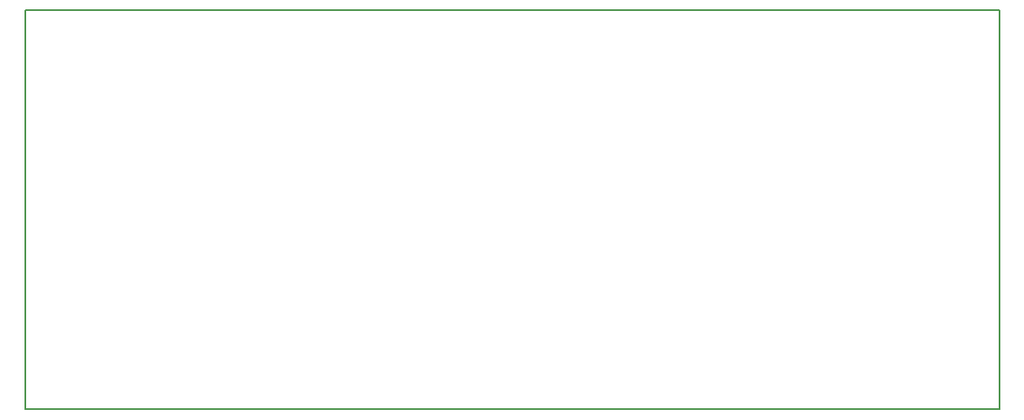
<source format=gbr>
G04 #@! TF.GenerationSoftware,KiCad,Pcbnew,(5.1.4)-1*
G04 #@! TF.CreationDate,2020-07-08T19:39:57+02:00*
G04 #@! TF.ProjectId,SBIO3,5342494f-332e-46b6-9963-61645f706362,rev?*
G04 #@! TF.SameCoordinates,Original*
G04 #@! TF.FileFunction,Other,User*
%FSLAX46Y46*%
G04 Gerber Fmt 4.6, Leading zero omitted, Abs format (unit mm)*
G04 Created by KiCad (PCBNEW (5.1.4)-1) date 2020-07-08 19:39:57*
%MOMM*%
%LPD*%
G04 APERTURE LIST*
%ADD10C,0.150000*%
G04 APERTURE END LIST*
D10*
X75565000Y-172085000D02*
X173355000Y-172085000D01*
X173355000Y-131953000D02*
X173355000Y-172085000D01*
X75565000Y-131953000D02*
X173355000Y-131953000D01*
X75565000Y-131953000D02*
X75566000Y-172085000D01*
M02*

</source>
